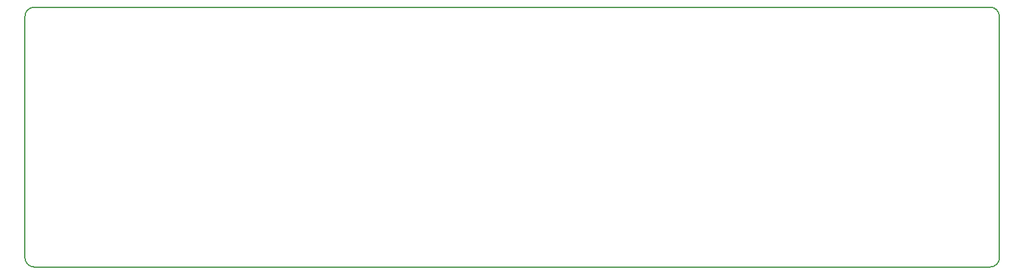
<source format=gbr>
G04 #@! TF.GenerationSoftware,KiCad,Pcbnew,(5.0.1)-3*
G04 #@! TF.CreationDate,2019-04-12T12:40:20-05:00*
G04 #@! TF.ProjectId,New_I2C_ports,4E65775F4932435F706F7274732E6B69,rev?*
G04 #@! TF.SameCoordinates,Original*
G04 #@! TF.FileFunction,Profile,NP*
%FSLAX46Y46*%
G04 Gerber Fmt 4.6, Leading zero omitted, Abs format (unit mm)*
G04 Created by KiCad (PCBNEW (5.0.1)-3) date 12/04/2019 12:40:20*
%MOMM*%
%LPD*%
G01*
G04 APERTURE LIST*
%ADD10C,0.150000*%
G04 APERTURE END LIST*
D10*
X80010000Y-149860000D02*
G75*
G02X78740000Y-148590000I0J1270000D01*
G01*
X78740000Y-115570000D02*
G75*
G02X80010000Y-114300000I1270000J0D01*
G01*
X212090000Y-148590000D02*
G75*
G02X210820000Y-149860000I-1270000J0D01*
G01*
X210820000Y-114300000D02*
G75*
G02X212090000Y-115570000I0J-1270000D01*
G01*
X78740000Y-115570000D02*
X78740000Y-148590000D01*
X210820000Y-114300000D02*
X80010000Y-114300000D01*
X212090000Y-148590000D02*
X212090000Y-115570000D01*
X80010000Y-149860000D02*
X210820000Y-149860000D01*
M02*

</source>
